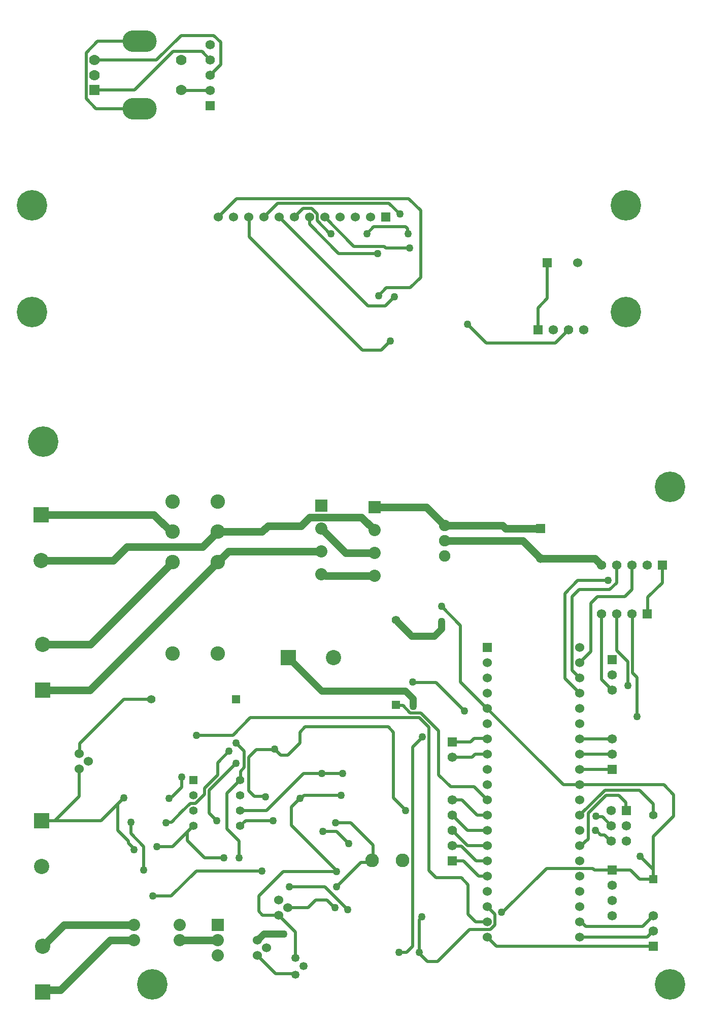
<source format=gbl>
G04*
G04 #@! TF.GenerationSoftware,Altium Limited,Altium Designer,23.4.1 (23)*
G04*
G04 Layer_Physical_Order=2*
G04 Layer_Color=16711680*
%FSLAX44Y44*%
%MOMM*%
G71*
G04*
G04 #@! TF.SameCoordinates,2680DE8E-D3BC-4794-95DD-0B2387E44050*
G04*
G04*
G04 #@! TF.FilePolarity,Positive*
G04*
G01*
G75*
%ADD18C,1.7780*%
%ADD20R,1.7780X1.7780*%
G04:AMPARAMS|DCode=21|XSize=3.6068mm|YSize=5.715mm|CornerRadius=1.8034mm|HoleSize=0mm|Usage=FLASHONLY|Rotation=90.000|XOffset=0mm|YOffset=0mm|HoleType=Round|Shape=RoundedRectangle|*
%AMROUNDEDRECTD21*
21,1,3.6068,2.1082,0,0,90.0*
21,1,0.0000,5.7150,0,0,90.0*
1,1,3.6068,1.0541,0.0000*
1,1,3.6068,1.0541,0.0000*
1,1,3.6068,-1.0541,0.0000*
1,1,3.6068,-1.0541,0.0000*
%
%ADD21ROUNDEDRECTD21*%
%ADD22R,1.5748X1.5748*%
%ADD23C,1.5748*%
%ADD44C,0.5080*%
%ADD45C,1.1430*%
%ADD46C,1.2700*%
%ADD47R,1.5748X1.5748*%
%ADD48R,2.0320X2.0320*%
%ADD49C,2.0320*%
%ADD50R,1.5240X1.5240*%
%ADD51C,1.5240*%
%ADD52C,5.0800*%
%ADD53R,2.5400X2.5400*%
%ADD54C,2.5400*%
%ADD55R,2.5400X2.5400*%
%ADD56R,1.3970X1.3970*%
%ADD57C,1.3970*%
%ADD58C,1.3462*%
%ADD59C,2.4130*%
%ADD60C,2.2860*%
%ADD61C,1.9050*%
%ADD62R,1.3970X1.3970*%
%ADD63C,1.2700*%
%ADD64R,1.5240X1.5240*%
D18*
X178054Y1593850D02*
D03*
Y1618850D02*
D03*
X323054Y1568850D02*
D03*
Y1618850D02*
D03*
D20*
X178054Y1568850D02*
D03*
D21*
X253054Y1537850D02*
D03*
Y1649850D02*
D03*
D22*
X1041400Y269240D02*
D03*
X1065530Y368300D02*
D03*
X774446Y482600D02*
D03*
X774700Y284480D02*
D03*
X1041400Y619760D02*
D03*
Y436880D02*
D03*
X1109980Y142240D02*
D03*
X371094Y1543050D02*
D03*
D23*
X1023620Y695960D02*
D03*
X1049020D02*
D03*
X1074420D02*
D03*
X1041400Y218440D02*
D03*
Y193040D02*
D03*
Y243840D02*
D03*
X1040130Y368300D02*
D03*
Y342900D02*
D03*
X1065530Y317500D02*
D03*
X1040130D02*
D03*
X1065530Y342900D02*
D03*
X993648Y1169162D02*
D03*
X942848D02*
D03*
X968248D02*
D03*
X774446Y457200D02*
D03*
X774700Y386080D02*
D03*
Y360680D02*
D03*
Y335280D02*
D03*
Y309880D02*
D03*
X1023620Y777240D02*
D03*
X1049020D02*
D03*
X1074420D02*
D03*
X1099820D02*
D03*
X1041400Y594360D02*
D03*
Y568960D02*
D03*
Y462280D02*
D03*
Y487680D02*
D03*
X1109980Y167640D02*
D03*
Y193040D02*
D03*
X371094Y1568450D02*
D03*
Y1593850D02*
D03*
Y1619250D02*
D03*
Y1644650D02*
D03*
D44*
X281940Y308610D02*
X308610D01*
X332740Y318770D02*
X361950Y289560D01*
X332740Y332740D02*
X342900Y342900D01*
X332740Y318770D02*
Y332740D01*
X308610Y308610D02*
X332740Y332740D01*
X275590Y226060D02*
X306070D01*
X273050D02*
X275590D01*
X238760Y329855D02*
X260350Y308265D01*
Y269240D02*
Y308265D01*
X774446Y457200D02*
X807720D01*
X774446Y482600D02*
X805180D01*
X1075690Y597997D02*
X1083310Y590377D01*
Y525272D02*
Y590377D01*
X1109980Y270510D02*
Y325120D01*
X1088390Y292100D02*
X1109980Y270510D01*
Y253680D02*
Y270510D01*
Y325120D02*
X1144270Y359410D01*
X1052830Y393700D02*
X1064260Y382270D01*
Y369570D02*
X1065530Y368300D01*
X1064260Y369570D02*
Y382270D01*
X1025078Y357952D02*
X1040130Y342900D01*
X1016188Y357952D02*
X1025078D01*
X1038538Y317500D02*
X1040130D01*
X1028378Y327660D02*
X1038538Y317500D01*
X1031240Y393700D02*
X1052830D01*
X1015012Y334998D02*
X1022350Y327660D01*
X1013491Y334998D02*
X1015012D01*
X1014730Y359410D02*
X1016188Y357952D01*
X1035998Y317500D02*
X1037590D01*
X1022350Y327660D02*
X1028378D01*
X1041400Y269240D02*
X1071880D01*
X1011653D02*
X1041400D01*
X1002030Y364490D02*
X1031240Y393700D01*
X1144270Y359410D02*
Y394970D01*
X1127760Y411480D02*
X1144270Y394970D01*
X1087120Y402590D02*
X1109980Y379730D01*
X987420Y360680D02*
X1029330Y402590D01*
X1087120D01*
X987420Y411480D02*
X1127760D01*
X987420Y487680D02*
X1041400D01*
X987420Y462280D02*
X1041400D01*
X987420Y436880D02*
X1041400D01*
X152400Y392430D02*
Y438150D01*
X111760Y351790D02*
X152400Y392430D01*
X111760Y351790D02*
X189230D01*
X90170D02*
X111760D01*
X189230D02*
X217170Y379730D01*
X152400Y463550D02*
X153670Y464820D01*
Y480060D01*
X227330Y553720D01*
X273020D01*
X234706Y314152D02*
X243840Y305018D01*
Y303530D02*
Y305018D01*
X234706Y314152D02*
Y317744D01*
X217170Y335280D02*
X234706Y317744D01*
X722630Y530860D02*
X751840Y501650D01*
X680720Y544800D02*
X682159Y543361D01*
X719474Y523240D02*
X735965Y506749D01*
X682159Y543361D02*
X692349D01*
X704850Y530860D01*
X438150Y523240D02*
X719474D01*
X704850Y530860D02*
X722630D01*
X408940Y494030D02*
X438150Y523240D01*
X565984Y219710D02*
X578684Y207010D01*
X579120D01*
X547370Y219710D02*
X565984D01*
X347980Y267970D02*
X457200D01*
X788670Y582930D02*
X960120Y411480D01*
X756920Y708660D02*
X788670Y676910D01*
Y582930D02*
Y676910D01*
X723900Y189708D02*
Y191770D01*
X720090Y185898D02*
X723900Y189708D01*
X720090Y132080D02*
Y185898D01*
X500380Y207010D02*
X534670D01*
X547370Y219710D01*
X562265Y241300D02*
X600364Y203200D01*
X600710D01*
X502920Y241300D02*
X562265D01*
X414020Y481330D02*
X427990Y467360D01*
X435610Y401320D02*
Y457200D01*
X448122Y469712D01*
X435610Y401320D02*
X444500Y392430D01*
X421000Y419100D02*
X421387Y419487D01*
Y433705D01*
X427990Y440308D01*
Y467360D01*
X421000Y342900D02*
X429890Y351790D01*
X476250D01*
X448122Y469712D02*
X477332D01*
X488950Y461010D02*
X500380D01*
X477332Y469712D02*
X478790Y471170D01*
X488950Y461010D01*
X500380D02*
X520700Y481330D01*
Y499110D01*
X749954Y116840D02*
X803294Y170180D01*
X838381D01*
X720090Y130018D02*
X733268Y116840D01*
X749954D01*
X708660Y142240D02*
Y474273D01*
X698500Y132080D02*
X708660Y142240D01*
X960120Y411480D02*
X987420D01*
X962660Y730250D02*
X984250Y751840D01*
X1035050D01*
X962660Y588640D02*
Y730250D01*
X917448Y1169162D02*
Y1205738D01*
X933488Y1221778D02*
Y1280922D01*
X917448Y1205738D02*
X933488Y1221778D01*
X632460Y1329690D02*
X643890Y1341120D01*
X699898Y1330832D02*
X701040Y1329690D01*
X699898Y1330832D02*
Y1338144D01*
X696922Y1341120D02*
X699898Y1338144D01*
X643890Y1341120D02*
X696922D01*
X377190Y1659890D02*
X388620Y1648460D01*
X371094Y1593850D02*
X388620Y1611376D01*
Y1648460D01*
X323891Y366354D02*
Y366354D01*
X297180Y347980D02*
X297810Y348610D01*
X306147D01*
X323891Y366354D01*
Y366354D02*
X337902Y380365D01*
X346628D01*
X323850Y407670D02*
Y424180D01*
X302260Y388620D02*
X304322D01*
X307850Y392148D01*
X308328D01*
X323850Y407670D01*
X858886Y198673D02*
X931993Y271780D01*
X1009113D01*
X1099820Y157480D02*
X1109980Y167640D01*
X987420Y157480D02*
X1099820D01*
X1092200Y175260D02*
X1109980Y193040D01*
X990169Y182880D02*
X997789Y175260D01*
X1092200D01*
X987420Y182880D02*
X990169D01*
X1068070Y576580D02*
Y616022D01*
X1074420Y695960D02*
X1075690Y694690D01*
Y597997D02*
Y694690D01*
X1049020Y635072D02*
X1068070Y616022D01*
X986790Y736600D02*
X1037590D01*
X1049020Y748030D01*
Y777240D01*
X549148Y1351280D02*
Y1362383D01*
X539930Y1371600D02*
X549148Y1362383D01*
X525526Y1371600D02*
X539930D01*
X511048Y1357122D02*
X525526Y1371600D01*
X549148Y1351280D02*
X570738Y1329690D01*
X663865Y1305560D02*
X703580D01*
X585216Y1296670D02*
X650240D01*
X536448Y1345438D02*
X585216Y1296670D01*
X656590Y1135380D02*
X671830Y1150620D01*
X436099Y1324121D02*
Y1355871D01*
X624840Y1135380D02*
X656590D01*
X436099Y1324121D02*
X624840Y1135380D01*
X434848Y1357122D02*
X436099Y1355871D01*
X641350Y285496D02*
X642620Y286766D01*
Y311150D01*
X580390Y347980D02*
X605790D01*
X642620Y311150D01*
X581660Y334010D02*
X601980Y313690D01*
X527842Y393700D02*
X589280D01*
X520700Y388620D02*
X522762D01*
X527842Y393700D01*
X676910Y389890D02*
Y499110D01*
X697230Y368300D02*
Y369570D01*
X676910Y389890D02*
X697230Y369570D01*
X668020Y508000D02*
X676910Y499110D01*
X708660Y474273D02*
X724535Y490148D01*
Y491490D01*
X557530Y430530D02*
X591820D01*
X527050D02*
X557530D01*
X558800Y334010D02*
X581660D01*
X361950Y405746D02*
X383540Y427336D01*
Y448310D01*
X369570Y364490D02*
Y402590D01*
X414020Y447040D01*
X361950Y395687D02*
Y405746D01*
X346628Y380365D02*
X361950Y395687D01*
X383540Y448310D02*
X402590Y467360D01*
X685800Y132080D02*
X698500D01*
X838381Y170180D02*
X845820Y177619D01*
X306070Y226060D02*
X347980Y267970D01*
X217170Y335280D02*
Y379730D01*
X227330Y389890D01*
X369570Y364490D02*
X382270Y351790D01*
X506730Y343516D02*
X581660Y268586D01*
X506730Y374650D02*
X520700Y388620D01*
X506730Y343516D02*
Y374650D01*
X529590Y508000D02*
X668020D01*
X520700Y499110D02*
X529590Y508000D01*
X735965Y268605D02*
Y506749D01*
Y268605D02*
X748030Y256540D01*
X789940D01*
X751840Y427990D02*
Y501650D01*
X774700Y284480D02*
X793750D01*
X819150Y259080D02*
X833120D01*
X793750Y284480D02*
X819150Y259080D01*
X833120Y208280D02*
X845820Y195580D01*
X856824Y198673D02*
X858886D01*
X845820Y177619D02*
Y195580D01*
X1087440Y253680D02*
X1109980D01*
X1071880Y269240D02*
X1087440Y253680D01*
X1109980Y360680D02*
Y379730D01*
X1005840Y633100D02*
Y713740D01*
X1017270Y725170D02*
X1062990D01*
X1005840Y713740D02*
X1017270Y725170D01*
X1062990D02*
X1074420Y736600D01*
Y777240D01*
X974720Y601980D02*
Y724530D01*
X986790Y736600D01*
X561848Y1357122D02*
X610870Y1308100D01*
X661324D01*
X663865Y1305560D01*
X800100Y1178560D02*
X831088Y1147572D01*
X946658D01*
X570738Y1329690D02*
X572770D01*
X180714Y1537850D02*
X253054D01*
X164084Y1554480D02*
X180714Y1537850D01*
X485140Y194310D02*
X513080Y166370D01*
X458470Y194310D02*
X485140D01*
X452120Y200660D02*
Y226060D01*
Y200660D02*
X458470Y194310D01*
X513080Y121920D02*
Y166370D01*
X708660Y582930D02*
X709930Y581660D01*
X748030D01*
X795020Y534670D01*
X962660Y588640D02*
X987420Y563880D01*
X974720Y601980D02*
X987420Y589280D01*
X1023620Y586740D02*
Y695960D01*
Y586740D02*
X1041400Y568960D01*
X987420Y614680D02*
X1005840Y633100D01*
X1049020Y635072D02*
Y695960D01*
X998443Y318154D02*
X999054D01*
X1002030Y321129D01*
Y364490D01*
X990169Y309880D02*
X998443Y318154D01*
X987420Y309880D02*
X990169D01*
X811193Y408007D02*
X833120Y386080D01*
X771823Y408007D02*
X811193D01*
X751840Y427990D02*
X771823Y408007D01*
X581660Y266700D02*
Y268586D01*
X238760Y329855D02*
Y349250D01*
X801370Y195580D02*
X814070Y182880D01*
X833120D01*
X801370Y195580D02*
Y245110D01*
X789940Y256540D02*
X801370Y245110D01*
X1009113Y271780D02*
X1011653Y269240D01*
X449580Y127000D02*
X480060Y96520D01*
X513080D01*
X398780Y396880D02*
X421000Y419100D01*
X398780Y337820D02*
Y396880D01*
Y337820D02*
X419100Y317500D01*
X452120Y226060D02*
X492760Y266700D01*
X581660D01*
X848360Y142240D02*
X1109980D01*
X833120Y157480D02*
X848360Y142240D01*
X581660Y241300D02*
X622454Y282094D01*
X637948D01*
X641350Y285496D01*
X774700Y309880D02*
X775570Y309010D01*
X790194D01*
X814724Y284480D01*
X833120D01*
X800100Y309880D02*
X833120D01*
X774700Y335280D02*
X800100Y309880D01*
Y335280D02*
X833120D01*
X774700Y360680D02*
X800100Y335280D01*
X816610Y360680D02*
X833120D01*
X774700Y386080D02*
X791210D01*
X816610Y360680D01*
X812800Y462280D02*
X833120D01*
X807720Y457200D02*
X812800Y462280D01*
X831850Y488950D02*
X833120Y487680D01*
X811530Y488950D02*
X831850D01*
X805180Y482600D02*
X811530Y488950D01*
X1099820Y695960D02*
X1101090Y697230D01*
Y723900D01*
X1125220Y748030D02*
Y777240D01*
X1101090Y723900D02*
X1125220Y748030D01*
X444500Y392430D02*
X462280D01*
X463550Y391160D01*
X419100Y289560D02*
Y317500D01*
X347980Y494030D02*
X408940D01*
X421000Y368300D02*
X464820D01*
X527050Y430530D01*
X361950Y289560D02*
X393700D01*
X178054Y1568850D02*
X245002D01*
X309118Y1632966D01*
X357378D01*
X371094Y1619250D01*
X178054Y1618850D02*
X281286D01*
X322326Y1659890D01*
X377190D01*
X323054Y1568850D02*
X323454Y1568450D01*
X371094D01*
X536448Y1345438D02*
Y1357122D01*
X485648D02*
X633933Y1208837D01*
X663245D01*
X678434Y1224026D01*
X460248Y1357122D02*
X483616Y1380490D01*
X669290D01*
X687578Y1362202D01*
X651764Y1226312D02*
X664972Y1239520D01*
X704850D01*
X721868Y1256538D01*
Y1368552D01*
X702310Y1388110D02*
X721868Y1368552D01*
X415036Y1388110D02*
X702310D01*
X384048Y1357122D02*
X415036Y1388110D01*
X946658Y1147572D02*
X968248Y1169162D01*
X164084Y1554480D02*
Y1630680D01*
X183254Y1649850D01*
X253054D01*
D45*
X709930Y542290D02*
Y554990D01*
X697230Y567690D02*
X709930Y554990D01*
X557530Y567690D02*
X697230D01*
X707390Y659130D02*
X745490D01*
X756677Y670317D02*
Y683017D01*
X745490Y659130D02*
X756677Y670317D01*
X680720Y685800D02*
X707390Y659130D01*
X756677Y683017D02*
X756920Y683260D01*
X450384Y152400D02*
X460544Y162560D01*
X449580Y152400D02*
X450384D01*
X460544Y162560D02*
X494030D01*
X501650Y623570D02*
X557530Y567690D01*
D46*
X204470Y152400D02*
X243840D01*
X94750Y69350D02*
X121420D01*
X204470Y152400D01*
X91440Y66040D02*
X94750Y69350D01*
X91440Y142240D02*
X127000Y177800D01*
X91440Y568960D02*
X170180D01*
X401320Y800100D01*
X171380Y645160D02*
X308540Y782320D01*
X91440Y645160D02*
X171380D01*
X127000Y177800D02*
X243840D01*
X209550Y784860D02*
X232410Y807720D01*
X88957Y784860D02*
X209550D01*
X277107Y861060D02*
X305447Y832720D01*
X103116Y861060D02*
X277107D01*
X858320Y843480D02*
X863600Y838200D01*
X762000Y843480D02*
X858320D01*
X863600Y838200D02*
X922020D01*
Y788200D02*
X1012660D01*
X1023620Y777240D01*
X557718Y760542D02*
X563106D01*
X556260Y762000D02*
X557718Y760542D01*
X563106D02*
X564188Y759460D01*
X645160D01*
X305447Y832720D02*
X308540D01*
X833120Y513080D02*
X833606Y513566D01*
X320040Y152400D02*
X383540D01*
X762000Y817480D02*
X892740D01*
X922020Y788200D01*
X731720Y873760D02*
X762000Y843480D01*
X645160Y873760D02*
X731720D01*
X232410Y807720D02*
X358540D01*
X383540Y832720D01*
X457562D01*
X467360Y842518D01*
X522478D01*
X537210Y857250D01*
X623570D01*
X645160Y835660D01*
X556260Y838200D02*
X596900Y797560D01*
X645160D01*
X401320Y800100D02*
X556260D01*
D47*
X1099820Y695960D02*
D03*
X917448Y1169162D02*
D03*
X1125220Y777240D02*
D03*
D48*
X556260Y876300D02*
D03*
X645160Y873760D02*
D03*
X383540Y177800D02*
D03*
D49*
X556260Y838200D02*
D03*
Y800100D02*
D03*
Y762000D02*
D03*
X645160Y835660D02*
D03*
Y797560D02*
D03*
Y759460D02*
D03*
X383540Y152400D02*
D03*
Y127000D02*
D03*
X243840Y177800D02*
D03*
Y152400D02*
D03*
X320040D02*
D03*
Y177800D02*
D03*
D50*
X833120Y640080D02*
D03*
X663448Y1357122D02*
D03*
X933488Y1280922D02*
D03*
D51*
X833120Y614680D02*
D03*
Y589280D02*
D03*
Y563880D02*
D03*
Y538480D02*
D03*
Y513080D02*
D03*
Y487680D02*
D03*
Y462280D02*
D03*
Y436880D02*
D03*
Y411480D02*
D03*
Y386080D02*
D03*
Y360680D02*
D03*
Y335280D02*
D03*
Y309880D02*
D03*
Y284480D02*
D03*
Y259080D02*
D03*
Y233680D02*
D03*
Y208280D02*
D03*
Y182880D02*
D03*
Y157480D02*
D03*
X987420D02*
D03*
Y182880D02*
D03*
Y208280D02*
D03*
Y233680D02*
D03*
Y259080D02*
D03*
Y284480D02*
D03*
Y309880D02*
D03*
Y335280D02*
D03*
Y360680D02*
D03*
Y386080D02*
D03*
Y411480D02*
D03*
Y436880D02*
D03*
Y462280D02*
D03*
Y487680D02*
D03*
Y513080D02*
D03*
Y538480D02*
D03*
Y563880D02*
D03*
Y589280D02*
D03*
Y614680D02*
D03*
Y640080D02*
D03*
X152400Y463550D02*
D03*
X167640Y450850D02*
D03*
X152400Y438150D02*
D03*
X384048Y1357122D02*
D03*
X409448D02*
D03*
X434848D02*
D03*
X460248D02*
D03*
X485648D02*
D03*
X511048D02*
D03*
X536448D02*
D03*
X561848D02*
D03*
X587248D02*
D03*
X612648D02*
D03*
X638048D02*
D03*
X449580Y127000D02*
D03*
X464820Y139700D02*
D03*
X449580Y152400D02*
D03*
X485140Y194310D02*
D03*
X500380Y207010D02*
D03*
X485140Y219710D02*
D03*
X983488Y1280922D02*
D03*
X922020Y788200D02*
D03*
D52*
X92710Y982980D02*
D03*
X1137920Y908050D02*
D03*
Y78740D02*
D03*
X274320D02*
D03*
X1064260Y1376680D02*
D03*
Y1198880D02*
D03*
X73660D02*
D03*
Y1376680D02*
D03*
D53*
X91440Y568960D02*
D03*
X90170Y351790D02*
D03*
X91440Y66040D02*
D03*
X88900Y861060D02*
D03*
D54*
X91440Y645160D02*
D03*
X90170Y275590D02*
D03*
X91440Y142240D02*
D03*
X88900Y784860D02*
D03*
X576650Y623570D02*
D03*
D55*
X501650D02*
D03*
D56*
X680720Y544800D02*
D03*
X1109980Y253680D02*
D03*
D57*
X680720Y685800D02*
D03*
X421000Y419100D02*
D03*
Y393700D02*
D03*
Y368300D02*
D03*
Y342900D02*
D03*
X342900D02*
D03*
Y368300D02*
D03*
Y393700D02*
D03*
X1109980Y360680D02*
D03*
X273020Y553720D02*
D03*
D58*
X513080Y95250D02*
D03*
X527050Y109220D02*
D03*
X513080Y123190D02*
D03*
D59*
X383540Y629720D02*
D03*
Y782320D02*
D03*
Y832720D02*
D03*
Y883120D02*
D03*
X308540D02*
D03*
Y832720D02*
D03*
Y782320D02*
D03*
Y629720D02*
D03*
D60*
X691388Y285496D02*
D03*
X641350D02*
D03*
D61*
X762000Y843480D02*
D03*
Y817480D02*
D03*
Y792480D02*
D03*
D62*
X342900Y419100D02*
D03*
X414020Y553720D02*
D03*
D63*
X393700Y289560D02*
D03*
X419100D02*
D03*
X581660Y266700D02*
D03*
Y241300D02*
D03*
X756920Y683260D02*
D03*
Y708660D02*
D03*
X281940Y308610D02*
D03*
X260350Y269240D02*
D03*
X1083310Y525272D02*
D03*
X1088390Y292100D02*
D03*
X1013491Y334998D02*
D03*
X1014730Y359410D02*
D03*
X243840Y303530D02*
D03*
X709930Y542290D02*
D03*
X579120Y207010D02*
D03*
X457200Y267970D02*
D03*
X723900Y191770D02*
D03*
X414020Y481330D02*
D03*
X476250Y351790D02*
D03*
X478790Y471170D02*
D03*
X323850Y424180D02*
D03*
X1068070Y576580D02*
D03*
X703580Y1305560D02*
D03*
X701040Y1329690D02*
D03*
X650240Y1296670D02*
D03*
X671830Y1150620D02*
D03*
X601980Y313690D02*
D03*
X589280Y393700D02*
D03*
X580390Y347980D02*
D03*
X591820Y430530D02*
D03*
X558800Y334010D02*
D03*
X557530Y430530D02*
D03*
X414020Y447040D02*
D03*
X402590Y467360D02*
D03*
X697230Y368300D02*
D03*
X720090Y132080D02*
D03*
X685800D02*
D03*
X600710Y203200D02*
D03*
X494030Y162560D02*
D03*
X275590Y226060D02*
D03*
X227330Y389890D02*
D03*
X382270Y351790D02*
D03*
X520700Y388620D02*
D03*
X856824Y198673D02*
D03*
X724535Y491490D02*
D03*
X800100Y1178560D02*
D03*
X632460Y1329690D02*
D03*
X572770D02*
D03*
X708660Y582930D02*
D03*
X795020Y534670D02*
D03*
X1035050Y751840D02*
D03*
X238760Y349250D02*
D03*
X302260Y388620D02*
D03*
X502920Y241300D02*
D03*
X463550Y391160D02*
D03*
X297180Y347980D02*
D03*
X347980Y494030D02*
D03*
X678434Y1224026D02*
D03*
X687578Y1362202D02*
D03*
X651764Y1226312D02*
D03*
D64*
X922020Y838200D02*
D03*
M02*

</source>
